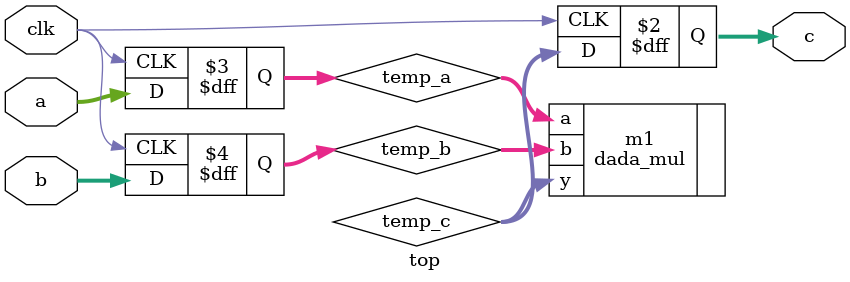
<source format=v>
`timescale 1ns / 1ps


module top  (input [7:0]a,
input [7:0] b,
input clk,
output reg [15:0]c    );
wire [15:0] temp_c;
reg [7:0] temp_a,temp_b;
dada_mul m1(.a(temp_a),.b(temp_b),.y(temp_c));
always @(posedge clk)
begin
    temp_a<=a;
    temp_b<=b;
    c<=temp_c;
end

endmodule

</source>
